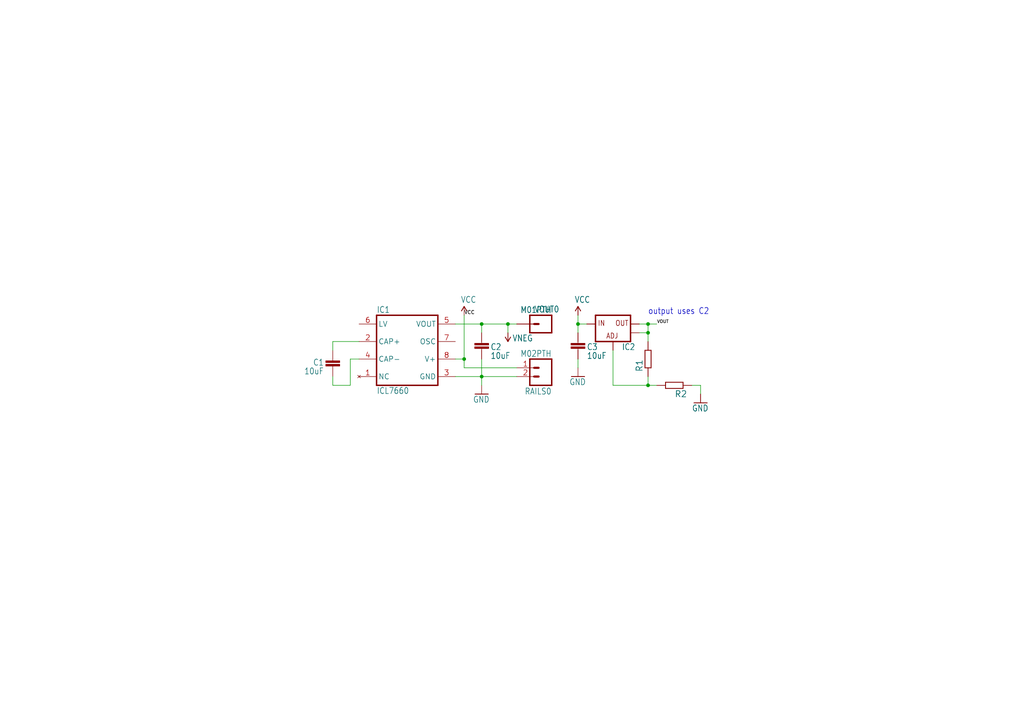
<source format=kicad_sch>
(kicad_sch (version 20250114) (generator "eeschema") (generator_version "9.0")
  (paper "A4")
  (lib_symbols
    (symbol "ICL7660 v3-eagle-import:CAPACITOR_NPOL-0805"
      (property "Reference" "C" (at 2.54 5.08 0))
      (symbol "CAPACITOR_NPOL-0805_1_0"
        (rectangle (start -2.032 1.524) (end 2.032 2.032) (fill (type outline)))
        (rectangle (start -2.032 0.508) (end 2.032 1.016) (fill (type outline)))
        (polyline (pts (xy 0 2.54) (xy 0 2.032)) (stroke (width 0.1524)))
        (polyline (pts (xy 0 0) (xy 0 0.508)) (stroke (width 0.1524)))
        (pin passive line (at 0 5.08 270) (length 2.54) (name "1") (number "1"))
        (pin passive line (at 0 -2.54 90) (length 2.54) (name "2") (number "2"))
      )
    )
    (symbol "ICL7660 v3-eagle-import:CAPACITOR_NPOL-1206"
      (property "Reference" "C" (at 2.54 5.08 0))
      (symbol "CAPACITOR_NPOL-1206_1_0"
        (rectangle (start -2.032 1.524) (end 2.032 2.032) (fill (type outline)))
        (rectangle (start -2.032 0.508) (end 2.032 1.016) (fill (type outline)))
        (polyline (pts (xy 0 2.54) (xy 0 2.032)) (stroke (width 0.1524)))
        (polyline (pts (xy 0 0) (xy 0 0.508)) (stroke (width 0.1524)))
        (pin passive line (at 0 5.08 270) (length 2.54) (name "1") (number "1"))
        (pin passive line (at 0 -2.54 90) (length 2.54) (name "2") (number "2"))
      )
    )
    (symbol "ICL7660 v3-eagle-import:GND" (power)
      (symbol "GND_1_0"
        (polyline (pts (xy -1.905 0) (xy 1.905 0)) (stroke (width 0.254)))
        (pin power_in line (at 0 2.54 270) (length 2.54) (name "GND") (number "1"))
      )
    )
    (symbol "ICL7660 v3-eagle-import:ICL7660CSA"
      (property "Reference" "IC" (at -10.16 10.795 0))
      (symbol "ICL7660CSA_1_0"
        (polyline (pts (xy -10.16 -10.16) (xy -10.16 10.16)) (stroke (width 0.4064)))
        (polyline (pts (xy -10.16 -10.16) (xy 7.62 -10.16)) (stroke (width 0.4064)))
        (polyline (pts (xy 7.62 10.16) (xy -10.16 10.16)) (stroke (width 0.4064)))
        (polyline (pts (xy 7.62 10.16) (xy 7.62 -10.16)) (stroke (width 0.4064)))
        (pin passive line (at -15.24 7.62 0) (length 5.08) (name "LV") (number "6"))
        (pin passive line (at -15.24 2.54 0) (length 5.08) (name "CAP+") (number "2"))
        (pin passive line (at -15.24 -2.54 0) (length 5.08) (name "CAP-") (number "4"))
        (pin no_connect line (at -15.24 -7.62 0) (length 5.08) (name "NC") (number "1"))
        (pin output line (at 12.7 7.62 180) (length 5.08) (name "VOUT") (number "5"))
        (pin output line (at 12.7 2.54 180) (length 5.08) (name "OSC") (number "7"))
        (pin power_in line (at 12.7 -2.54 180) (length 5.08) (name "V+") (number "8"))
        (pin power_in line (at 12.7 -7.62 180) (length 5.08) (name "GND") (number "3"))
      )
    )
    (symbol "ICL7660 v3-eagle-import:M01PTH"
      (property "Reference" "JP" (at -2.54 3.302 0))
      (symbol "M01PTH_1_0"
        (polyline (pts (xy -2.54 2.54) (xy -2.54 -2.54)) (stroke (width 0.4064)))
        (polyline (pts (xy -2.54 2.54) (xy 3.81 2.54)) (stroke (width 0.4064)))
        (polyline (pts (xy 1.27 0) (xy 2.54 0)) (stroke (width 0.6096)))
        (polyline (pts (xy 3.81 -2.54) (xy -2.54 -2.54)) (stroke (width 0.4064)))
        (polyline (pts (xy 3.81 -2.54) (xy 3.81 2.54)) (stroke (width 0.4064)))
        (pin passive line (at 7.62 0 180) (length 5.08) (name "1") (number "1"))
      )
    )
    (symbol "ICL7660 v3-eagle-import:M02PTH"
      (property "Reference" "JP" (at -2.54 5.842 0))
      (symbol "M02PTH_1_0"
        (polyline (pts (xy -2.54 5.08) (xy -2.54 -2.54)) (stroke (width 0.4064)))
        (polyline (pts (xy -2.54 5.08) (xy 3.81 5.08)) (stroke (width 0.4064)))
        (polyline (pts (xy 1.27 2.54) (xy 2.54 2.54)) (stroke (width 0.6096)))
        (polyline (pts (xy 1.27 0) (xy 2.54 0)) (stroke (width 0.6096)))
        (polyline (pts (xy 3.81 -2.54) (xy -2.54 -2.54)) (stroke (width 0.4064)))
        (polyline (pts (xy 3.81 -2.54) (xy 3.81 5.08)) (stroke (width 0.4064)))
        (pin passive line (at 7.62 2.54 180) (length 5.08) (name "2") (number "2"))
        (pin passive line (at 7.62 0 180) (length 5.08) (name "1") (number "1"))
      )
    )
    (symbol "ICL7660 v3-eagle-import:RESISTOR-0805"
      (property "Reference" "R" (at -3.81 1.4986 0))
      (symbol "RESISTOR-0805_1_0"
        (polyline (pts (xy -2.54 -0.889) (xy -2.54 0.889)) (stroke (width 0.254)))
        (polyline (pts (xy -2.54 -0.889) (xy 2.54 -0.889)) (stroke (width 0.254)))
        (polyline (pts (xy 2.54 0.889) (xy -2.54 0.889)) (stroke (width 0.254)))
        (polyline (pts (xy 2.54 -0.889) (xy 2.54 0.889)) (stroke (width 0.254)))
        (pin passive line (at -5.08 0 0) (length 2.54) (name "1") (number "1"))
        (pin passive line (at 5.08 0 180) (length 2.54) (name "2") (number "2"))
      )
    )
    (symbol "ICL7660 v3-eagle-import:VCC" (power)
      (symbol "VCC_1_0"
        (polyline (pts (xy 0 2.54) (xy -0.762 1.27)) (stroke (width 0.254)))
        (polyline (pts (xy 0.762 1.27) (xy 0 2.54)) (stroke (width 0.254)))
        (pin power_in line (at 0 0 90) (length 2.54) (name "VCC") (number "1"))
      )
    )
    (symbol "ICL7660 v3-eagle-import:VNEG" (power)
      (symbol "VNEG_1_0"
        (polyline (pts (xy 0 0) (xy -0.762 1.27)) (stroke (width 0.254)))
        (polyline (pts (xy 0.762 1.27) (xy 0 0)) (stroke (width 0.254)))
        (pin power_in line (at 0 2.54 270) (length 2.54) (name "VNEG") (number "1"))
      )
    )
    (symbol "ICL7660 v3-eagle-import:V_REG_LM1117SOT223"
      (property "Reference" "IC" (at 2.54 -7.62 0))
      (symbol "V_REG_LM1117SOT223_1_0"
        (polyline (pts (xy -5.08 2.54) (xy -5.08 -5.08)) (stroke (width 0.4064)))
        (polyline (pts (xy -5.08 -5.08) (xy 5.08 -5.08)) (stroke (width 0.4064)))
        (polyline (pts (xy 5.08 2.54) (xy -5.08 2.54)) (stroke (width 0.4064)))
        (polyline (pts (xy 5.08 -5.08) (xy 5.08 2.54)) (stroke (width 0.4064)))
        (text "IN" (at -4.445 -0.635 0) (effects (font (size 1.524 1.2954)) (justify left bottom)))
        (text "ADJ" (at -2.032 -4.318 0) (effects (font (size 1.524 1.2954)) (justify left bottom)))
        (text "OUT" (at 0.635 -0.635 0) (effects (font (size 1.524 1.2954)) (justify left bottom)))
        (pin input line (at -7.62 0 0) (length 2.54) (name "IN") (number "3"))
        (pin input line (at 0 -7.62 90) (length 2.54) (name "ADJ") (number "1"))
        (pin output line (at 7.62 0 180) (length 2.54) (name "OUT") (number "2"))
        (pin output line (at 7.62 -2.54 180) (length 2.54) (name "OUT@1") (number "4"))
      )
    )
  )
  (text "output uses C2" (at 187.96 91.44 0) (effects (font (size 1.778 1.5113)) (justify left bottom)))
  (junction (at 187.96 111.76))
  (junction (at 134.62 104.14))
  (junction (at 139.7 109.22))
  (junction (at 139.7 93.98))
  (junction (at 167.64 93.98))
  (junction (at 187.96 96.52))
  (junction (at 187.96 93.98))
  (junction (at 147.32 93.98))
  (wire (pts (xy 139.7 111.76) (xy 139.7 109.22)) (stroke (width 0.1524)))
  (wire (pts (xy 187.96 109.22) (xy 187.96 111.76)) (stroke (width 0.1524)))
  (wire (pts (xy 185.42 93.98) (xy 187.96 93.98)) (stroke (width 0.1524)))
  (wire (pts (xy 147.32 93.98) (xy 139.7 93.98)) (stroke (width 0.1524)))
  (wire (pts (xy 167.64 93.98) (xy 167.64 91.44)) (stroke (width 0.1524)))
  (wire (pts (xy 167.64 104.14) (xy 167.64 106.68)) (stroke (width 0.1524)))
  (wire (pts (xy 147.32 96.52) (xy 147.32 93.98)) (stroke (width 0.1524)))
  (wire (pts (xy 187.96 96.52) (xy 187.96 93.98)) (stroke (width 0.1524)))
  (wire (pts (xy 96.52 99.06) (xy 104.14 99.06)) (stroke (width 0.1524)))
  (wire (pts (xy 101.6 104.14) (xy 104.14 104.14)) (stroke (width 0.1524)))
  (wire (pts (xy 96.52 101.6) (xy 96.52 99.06)) (stroke (width 0.1524)))
  (wire (pts (xy 139.7 93.98) (xy 132.08 93.98)) (stroke (width 0.1524)))
  (wire (pts (xy 170.18 93.98) (xy 167.64 93.98)) (stroke (width 0.1524)))
  (wire (pts (xy 96.52 111.76) (xy 101.6 111.76)) (stroke (width 0.1524)))
  (wire (pts (xy 96.52 109.22) (xy 96.52 111.76)) (stroke (width 0.1524)))
  (wire (pts (xy 167.64 96.52) (xy 167.64 93.98)) (stroke (width 0.1524)))
  (wire (pts (xy 134.62 91.44) (xy 134.62 104.14)) (stroke (width 0.1524)))
  (wire (pts (xy 187.96 111.76) (xy 190.5 111.76)) (stroke (width 0.1524)))
  (wire (pts (xy 149.86 106.68) (xy 134.62 106.68)) (stroke (width 0.1524)))
  (wire (pts (xy 139.7 109.22) (xy 139.7 104.14)) (stroke (width 0.1524)))
  (wire (pts (xy 177.8 111.76) (xy 177.8 101.6)) (stroke (width 0.1524)))
  (wire (pts (xy 139.7 109.22) (xy 132.08 109.22)) (stroke (width 0.1524)))
  (wire (pts (xy 185.42 96.52) (xy 187.96 96.52)) (stroke (width 0.1524)))
  (wire (pts (xy 101.6 111.76) (xy 101.6 104.14)) (stroke (width 0.1524)))
  (wire (pts (xy 187.96 99.06) (xy 187.96 96.52)) (stroke (width 0.1524)))
  (wire (pts (xy 187.96 93.98) (xy 190.5 93.98)) (stroke (width 0.1524)))
  (wire (pts (xy 200.66 111.76) (xy 203.2 111.76)) (stroke (width 0.1524)))
  (wire (pts (xy 149.86 93.98) (xy 147.32 93.98)) (stroke (width 0.1524)))
  (wire (pts (xy 203.2 111.76) (xy 203.2 114.3)) (stroke (width 0.1524)))
  (wire (pts (xy 134.62 106.68) (xy 134.62 104.14)) (stroke (width 0.1524)))
  (wire (pts (xy 134.62 104.14) (xy 132.08 104.14)) (stroke (width 0.1524)))
  (wire (pts (xy 187.96 111.76) (xy 177.8 111.76)) (stroke (width 0.1524)))
  (wire (pts (xy 139.7 109.22) (xy 149.86 109.22)) (stroke (width 0.1524)))
  (wire (pts (xy 139.7 96.52) (xy 139.7 93.98)) (stroke (width 0.1524)))
  (label "VCC" (at 134.62 91.44 0) (effects (font (size 1.016 1.016))))
  (label "VOUT" (at 190.5 93.98 0) (effects (font (size 0.889 0.889))))
  (symbol (lib_id "ICL7660 v3-eagle-import:VCC") (at 167.64 91.44 0) (unit 1)
    (property "Reference" "#VDD1" (effects (hide yes)))
    (property "Value" "VCC" (at 166.624 87.884 0) (effects (font (size 1.778 1.5113)) (justify left bottom)))
  )
  (symbol (lib_id "ICL7660 v3-eagle-import:M02PTH") (at 157.48 106.68 180) (unit 1)
    (property "Reference" "RAILS0" (at 160.02 112.522 0) (effects (font (size 1.778 1.5113)) (justify left bottom)))
    (property "Value" "M02PTH" (at 160.02 101.6 0) (effects (font (size 1.778 1.5113)) (justify left bottom)))
    (property "Footprint" "ICL7660 v3:1X02" (effects (hide yes)))
  )
  (symbol (lib_id "ICL7660 v3-eagle-import:RESISTOR-0805") (at 187.96 104.14 90) (unit 1)
    (property "Reference" "R1" (at 186.4614 107.95 0) (effects (font (size 1.778 1.778)) (justify left bottom)))
    (property "Value" "RESISTOR-0805" (effects (hide yes)))
    (property "Footprint" "ICL7660 v3:R805" (effects (hide yes)))
  )
  (symbol (lib_id "ICL7660 v3-eagle-import:GND") (at 139.7 114.3 0) (unit 1)
    (property "Reference" "#GND1" (effects (hide yes)))
    (property "Value" "GND" (at 137.16 116.84 0) (effects (font (size 1.778 1.5113)) (justify left bottom)))
  )
  (symbol (lib_id "ICL7660 v3-eagle-import:GND") (at 167.64 109.22 0) (unit 1)
    (property "Reference" "#GND2" (effects (hide yes)))
    (property "Value" "GND" (at 165.1 111.76 0) (effects (font (size 1.778 1.5113)) (justify left bottom)))
  )
  (symbol (lib_id "ICL7660 v3-eagle-import:RESISTOR-0805") (at 195.58 111.76 180) (unit 1)
    (property "Reference" "R2" (at 199.39 113.2586 0) (effects (font (size 1.778 1.778)) (justify left bottom)))
    (property "Value" "RESISTOR-0805" (effects (hide yes)))
    (property "Footprint" "ICL7660 v3:R805" (effects (hide yes)))
  )
  (symbol (lib_id "ICL7660 v3-eagle-import:CAPACITOR_NPOL-1206") (at 96.52 104.14 180) (unit 1)
    (property "Reference" "C1" (at 93.98 104.14 0) (effects (font (size 1.778 1.5113)) (justify left bottom)))
    (property "Value" "10uF" (at 93.98 106.68 0) (effects (font (size 1.778 1.5113)) (justify left bottom)))
    (property "Footprint" "ICL7660 v3:C1206" (effects (hide yes)))
  )
  (symbol (lib_id "ICL7660 v3-eagle-import:ICL7660CSA") (at 119.38 101.6 0) (unit 1)
    (property "Reference" "IC1" (at 109.22 90.805 0) (effects (font (size 1.778 1.5113)) (justify left bottom)))
    (property "Value" "ICL7660" (at 109.22 114.3 0) (effects (font (size 1.778 1.5113)) (justify left bottom)))
    (property "Footprint" "ICL7660 v3:SO08" (effects (hide yes)))
  )
  (symbol (lib_id "ICL7660 v3-eagle-import:VNEG") (at 147.32 99.06 0) (unit 1)
    (property "Reference" "#SUPPLY2" (effects (hide yes)))
    (property "Value" "VNEG" (at 148.59 99.06 0) (effects (font (size 1.778 1.5113)) (justify left bottom)))
  )
  (symbol (lib_id "ICL7660 v3-eagle-import:CAPACITOR_NPOL-0805") (at 167.64 101.6 0) (unit 1)
    (property "Reference" "C3" (at 170.18 101.6 0) (effects (font (size 1.778 1.5113)) (justify left bottom)))
    (property "Value" "10uF" (at 170.18 104.14 0) (effects (font (size 1.778 1.5113)) (justify left bottom)))
    (property "Footprint" "ICL7660 v3:C805" (effects (hide yes)))
  )
  (symbol (lib_id "ICL7660 v3-eagle-import:M01PTH") (at 157.48 93.98 180) (unit 1)
    (property "Reference" "VOUT0" (at 154.94 90.678 0) (effects (font (size 1.778 1.5113)) (justify right top)))
    (property "Value" "M01PTH" (at 160.02 88.9 0) (effects (font (size 1.778 1.5113)) (justify left bottom)))
    (property "Footprint" "ICL7660 v3:1X01" (effects (hide yes)))
  )
  (symbol (lib_id "ICL7660 v3-eagle-import:CAPACITOR_NPOL-1206") (at 139.7 101.6 0) (unit 1)
    (property "Reference" "C2" (at 142.24 101.6 0) (effects (font (size 1.778 1.5113)) (justify left bottom)))
    (property "Value" "10uF" (at 142.24 104.14 0) (effects (font (size 1.778 1.5113)) (justify left bottom)))
    (property "Footprint" "ICL7660 v3:C1206" (effects (hide yes)))
  )
  (symbol (lib_id "ICL7660 v3-eagle-import:VCC") (at 134.62 91.44 0) (unit 1)
    (property "Reference" "#VDD0" (effects (hide yes)))
    (property "Value" "VCC" (at 133.604 87.884 0) (effects (font (size 1.778 1.5113)) (justify left bottom)))
  )
  (symbol (lib_id "ICL7660 v3-eagle-import:V_REG_LM1117SOT223") (at 177.8 93.98 0) (unit 1)
    (property "Reference" "IC2" (at 180.34 101.6 0) (effects (font (size 1.778 1.5113)) (justify left bottom)))
    (property "Value" "V_REG_LM1117SOT223" (effects (hide yes)))
    (property "Footprint" "ICL7660 v3:SOT223" (effects (hide yes)))
  )
  (symbol (lib_id "ICL7660 v3-eagle-import:GND") (at 203.2 116.84 0) (unit 1)
    (property "Reference" "#GND3" (effects (hide yes)))
    (property "Value" "GND" (at 200.66 119.38 0) (effects (font (size 1.778 1.5113)) (justify left bottom)))
  )
)
</source>
